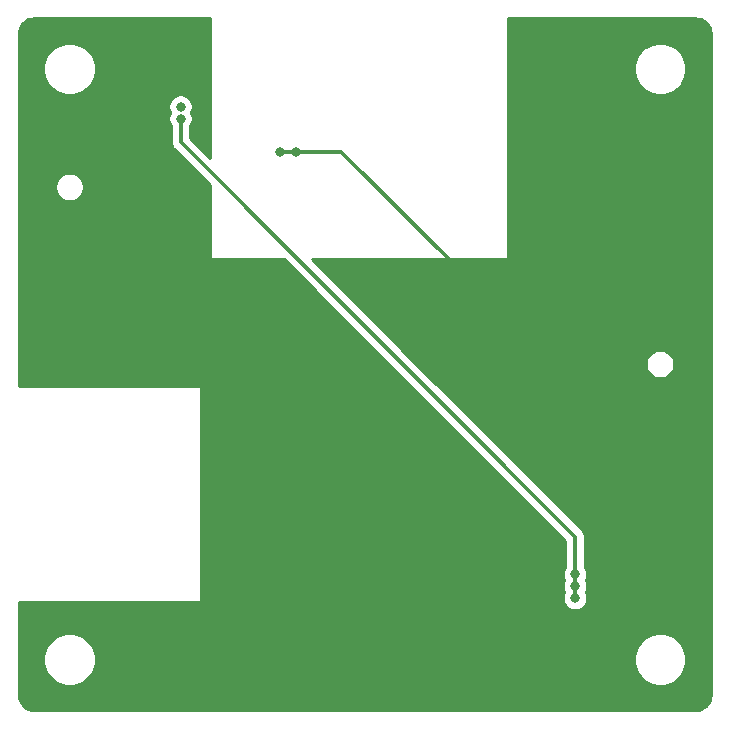
<source format=gbl>
%TF.GenerationSoftware,KiCad,Pcbnew,(5.1.6)-1*%
%TF.CreationDate,2023-06-16T12:25:10-07:00*%
%TF.ProjectId,ID-12 Board,49442d31-3220-4426-9f61-72642e6b6963,rev?*%
%TF.SameCoordinates,Original*%
%TF.FileFunction,Copper,L2,Bot*%
%TF.FilePolarity,Positive*%
%FSLAX46Y46*%
G04 Gerber Fmt 4.6, Leading zero omitted, Abs format (unit mm)*
G04 Created by KiCad (PCBNEW (5.1.6)-1) date 2023-06-16 12:25:10*
%MOMM*%
%LPD*%
G01*
G04 APERTURE LIST*
%TA.AperFunction,ViaPad*%
%ADD10C,0.800000*%
%TD*%
%TA.AperFunction,Conductor*%
%ADD11C,0.380000*%
%TD*%
%TA.AperFunction,Conductor*%
%ADD12C,0.500000*%
%TD*%
%TA.AperFunction,Conductor*%
%ADD13C,0.254000*%
%TD*%
G04 APERTURE END LIST*
D10*
X77000000Y-64000000D03*
X78000000Y-64000000D03*
X78000000Y-65000000D03*
X77000000Y-65000000D03*
X78000000Y-57000000D03*
X77000000Y-57000000D03*
X77000000Y-58000000D03*
X78000000Y-58000000D03*
X75200000Y-36000000D03*
X77200000Y-36000000D03*
X65200000Y-41800000D03*
X64200000Y-41800000D03*
X64200000Y-40800000D03*
X65200000Y-40800000D03*
X63200000Y-41800000D03*
X64800000Y-52400000D03*
X65800000Y-52400000D03*
X65800000Y-53400000D03*
X64800000Y-53400000D03*
X64800000Y-54400000D03*
X65800000Y-54400000D03*
X64800000Y-69800000D03*
X65800000Y-69800000D03*
X65800000Y-68800000D03*
X64800000Y-68800000D03*
X64800000Y-67800000D03*
X65800000Y-67800000D03*
X29600000Y-37000000D03*
X29600000Y-31000000D03*
X29600000Y-25000000D03*
X63200000Y-40800024D03*
X44200000Y-32000000D03*
X42800000Y-32000000D03*
X34400000Y-28200000D03*
X34400000Y-29200000D03*
X67800000Y-69800000D03*
X67800000Y-68800000D03*
X67800000Y-67800000D03*
D11*
X42800000Y-32000000D02*
X44200000Y-32000000D01*
X57800000Y-41800000D02*
X63200000Y-41800000D01*
X44200000Y-32000000D02*
X48000000Y-32000000D01*
X48000000Y-32000000D02*
X57800000Y-41800000D01*
D12*
X67800000Y-69800000D02*
X67800000Y-69800000D01*
D11*
X67800000Y-68800000D02*
X67800000Y-69800000D01*
X67800000Y-67800000D02*
X67800000Y-68800000D01*
X34400000Y-31200000D02*
X67800000Y-64600000D01*
X34400000Y-29200000D02*
X34400000Y-31200000D01*
X67800000Y-64600000D02*
X67800000Y-67800000D01*
D13*
G36*
X36873000Y-32506275D02*
G01*
X35225000Y-30858275D01*
X35225000Y-29828251D01*
X35317205Y-29690256D01*
X35395226Y-29501898D01*
X35435000Y-29301939D01*
X35435000Y-29098061D01*
X35395226Y-28898102D01*
X35317205Y-28709744D01*
X35310694Y-28700000D01*
X35317205Y-28690256D01*
X35395226Y-28501898D01*
X35435000Y-28301939D01*
X35435000Y-28098061D01*
X35395226Y-27898102D01*
X35317205Y-27709744D01*
X35203937Y-27540226D01*
X35059774Y-27396063D01*
X34890256Y-27282795D01*
X34701898Y-27204774D01*
X34501939Y-27165000D01*
X34298061Y-27165000D01*
X34098102Y-27204774D01*
X33909744Y-27282795D01*
X33740226Y-27396063D01*
X33596063Y-27540226D01*
X33482795Y-27709744D01*
X33404774Y-27898102D01*
X33365000Y-28098061D01*
X33365000Y-28301939D01*
X33404774Y-28501898D01*
X33482795Y-28690256D01*
X33489306Y-28700000D01*
X33482795Y-28709744D01*
X33404774Y-28898102D01*
X33365000Y-29098061D01*
X33365000Y-29301939D01*
X33404774Y-29501898D01*
X33482795Y-29690256D01*
X33575000Y-29828251D01*
X33575001Y-31159477D01*
X33571010Y-31200000D01*
X33586938Y-31361728D01*
X33634113Y-31517241D01*
X33710720Y-31660563D01*
X33813816Y-31786185D01*
X33845291Y-31812016D01*
X36873000Y-34839725D01*
X36873000Y-41000000D01*
X36875440Y-41024776D01*
X36882667Y-41048601D01*
X36894403Y-41070557D01*
X36910197Y-41089803D01*
X36929443Y-41105597D01*
X36951399Y-41117333D01*
X36975224Y-41124560D01*
X37000000Y-41127000D01*
X43160275Y-41127000D01*
X66975000Y-64941726D01*
X66975001Y-67171748D01*
X66882795Y-67309744D01*
X66804774Y-67498102D01*
X66765000Y-67698061D01*
X66765000Y-67901939D01*
X66804774Y-68101898D01*
X66882795Y-68290256D01*
X66889306Y-68300000D01*
X66882795Y-68309744D01*
X66804774Y-68498102D01*
X66765000Y-68698061D01*
X66765000Y-68901939D01*
X66804774Y-69101898D01*
X66882795Y-69290256D01*
X66889306Y-69300000D01*
X66882795Y-69309744D01*
X66804774Y-69498102D01*
X66765000Y-69698061D01*
X66765000Y-69901939D01*
X66804774Y-70101898D01*
X66882795Y-70290256D01*
X66996063Y-70459774D01*
X67140226Y-70603937D01*
X67309744Y-70717205D01*
X67498102Y-70795226D01*
X67698061Y-70835000D01*
X67901939Y-70835000D01*
X68101898Y-70795226D01*
X68290256Y-70717205D01*
X68459774Y-70603937D01*
X68603937Y-70459774D01*
X68717205Y-70290256D01*
X68795226Y-70101898D01*
X68835000Y-69901939D01*
X68835000Y-69698061D01*
X68795226Y-69498102D01*
X68717205Y-69309744D01*
X68710694Y-69300000D01*
X68717205Y-69290256D01*
X68795226Y-69101898D01*
X68835000Y-68901939D01*
X68835000Y-68698061D01*
X68795226Y-68498102D01*
X68717205Y-68309744D01*
X68710694Y-68300000D01*
X68717205Y-68290256D01*
X68795226Y-68101898D01*
X68835000Y-67901939D01*
X68835000Y-67698061D01*
X68795226Y-67498102D01*
X68717205Y-67309744D01*
X68625000Y-67171749D01*
X68625000Y-64640513D01*
X68628990Y-64600000D01*
X68625000Y-64559487D01*
X68625000Y-64559479D01*
X68613062Y-64438272D01*
X68609454Y-64426376D01*
X68565888Y-64282760D01*
X68565888Y-64282759D01*
X68489281Y-64139437D01*
X68386185Y-64013815D01*
X68354711Y-63987985D01*
X54247453Y-49880727D01*
X73789000Y-49880727D01*
X73789000Y-50119273D01*
X73835538Y-50353236D01*
X73926825Y-50573624D01*
X74059354Y-50771968D01*
X74228032Y-50940646D01*
X74426376Y-51073175D01*
X74646764Y-51164462D01*
X74880727Y-51211000D01*
X75119273Y-51211000D01*
X75353236Y-51164462D01*
X75573624Y-51073175D01*
X75771968Y-50940646D01*
X75940646Y-50771968D01*
X76073175Y-50573624D01*
X76164462Y-50353236D01*
X76211000Y-50119273D01*
X76211000Y-49880727D01*
X76164462Y-49646764D01*
X76073175Y-49426376D01*
X75940646Y-49228032D01*
X75771968Y-49059354D01*
X75573624Y-48926825D01*
X75353236Y-48835538D01*
X75119273Y-48789000D01*
X74880727Y-48789000D01*
X74646764Y-48835538D01*
X74426376Y-48926825D01*
X74228032Y-49059354D01*
X74059354Y-49228032D01*
X73926825Y-49426376D01*
X73835538Y-49646764D01*
X73789000Y-49880727D01*
X54247453Y-49880727D01*
X45493725Y-41127000D01*
X62000000Y-41127000D01*
X62024776Y-41124560D01*
X62048601Y-41117333D01*
X62070557Y-41105597D01*
X62089803Y-41089803D01*
X62105597Y-41070557D01*
X62117333Y-41048601D01*
X62124560Y-41024776D01*
X62127000Y-41000000D01*
X62127000Y-24779872D01*
X72765000Y-24779872D01*
X72765000Y-25220128D01*
X72850890Y-25651925D01*
X73019369Y-26058669D01*
X73263962Y-26424729D01*
X73575271Y-26736038D01*
X73941331Y-26980631D01*
X74348075Y-27149110D01*
X74779872Y-27235000D01*
X75220128Y-27235000D01*
X75651925Y-27149110D01*
X76058669Y-26980631D01*
X76424729Y-26736038D01*
X76736038Y-26424729D01*
X76980631Y-26058669D01*
X77149110Y-25651925D01*
X77235000Y-25220128D01*
X77235000Y-24779872D01*
X77149110Y-24348075D01*
X76980631Y-23941331D01*
X76736038Y-23575271D01*
X76424729Y-23263962D01*
X76058669Y-23019369D01*
X75651925Y-22850890D01*
X75220128Y-22765000D01*
X74779872Y-22765000D01*
X74348075Y-22850890D01*
X73941331Y-23019369D01*
X73575271Y-23263962D01*
X73263962Y-23575271D01*
X73019369Y-23941331D01*
X72850890Y-24348075D01*
X72765000Y-24779872D01*
X62127000Y-24779872D01*
X62127000Y-20710000D01*
X77965279Y-20710000D01*
X78249899Y-20737907D01*
X78490285Y-20810484D01*
X78711991Y-20928368D01*
X78906577Y-21087068D01*
X79066635Y-21280545D01*
X79186064Y-21501424D01*
X79260317Y-21741297D01*
X79290000Y-22023716D01*
X79290001Y-77965269D01*
X79262093Y-78249899D01*
X79189517Y-78490282D01*
X79071633Y-78711989D01*
X78912929Y-78906580D01*
X78719455Y-79066635D01*
X78498576Y-79186064D01*
X78258701Y-79260317D01*
X77976291Y-79290000D01*
X22034721Y-79290000D01*
X21750101Y-79262093D01*
X21509718Y-79189517D01*
X21288011Y-79071633D01*
X21093420Y-78912929D01*
X20933365Y-78719455D01*
X20813936Y-78498576D01*
X20739683Y-78258701D01*
X20710000Y-77976291D01*
X20710000Y-74779872D01*
X22765000Y-74779872D01*
X22765000Y-75220128D01*
X22850890Y-75651925D01*
X23019369Y-76058669D01*
X23263962Y-76424729D01*
X23575271Y-76736038D01*
X23941331Y-76980631D01*
X24348075Y-77149110D01*
X24779872Y-77235000D01*
X25220128Y-77235000D01*
X25651925Y-77149110D01*
X26058669Y-76980631D01*
X26424729Y-76736038D01*
X26736038Y-76424729D01*
X26980631Y-76058669D01*
X27149110Y-75651925D01*
X27235000Y-75220128D01*
X27235000Y-74779872D01*
X72765000Y-74779872D01*
X72765000Y-75220128D01*
X72850890Y-75651925D01*
X73019369Y-76058669D01*
X73263962Y-76424729D01*
X73575271Y-76736038D01*
X73941331Y-76980631D01*
X74348075Y-77149110D01*
X74779872Y-77235000D01*
X75220128Y-77235000D01*
X75651925Y-77149110D01*
X76058669Y-76980631D01*
X76424729Y-76736038D01*
X76736038Y-76424729D01*
X76980631Y-76058669D01*
X77149110Y-75651925D01*
X77235000Y-75220128D01*
X77235000Y-74779872D01*
X77149110Y-74348075D01*
X76980631Y-73941331D01*
X76736038Y-73575271D01*
X76424729Y-73263962D01*
X76058669Y-73019369D01*
X75651925Y-72850890D01*
X75220128Y-72765000D01*
X74779872Y-72765000D01*
X74348075Y-72850890D01*
X73941331Y-73019369D01*
X73575271Y-73263962D01*
X73263962Y-73575271D01*
X73019369Y-73941331D01*
X72850890Y-74348075D01*
X72765000Y-74779872D01*
X27235000Y-74779872D01*
X27149110Y-74348075D01*
X26980631Y-73941331D01*
X26736038Y-73575271D01*
X26424729Y-73263962D01*
X26058669Y-73019369D01*
X25651925Y-72850890D01*
X25220128Y-72765000D01*
X24779872Y-72765000D01*
X24348075Y-72850890D01*
X23941331Y-73019369D01*
X23575271Y-73263962D01*
X23263962Y-73575271D01*
X23019369Y-73941331D01*
X22850890Y-74348075D01*
X22765000Y-74779872D01*
X20710000Y-74779872D01*
X20710000Y-70127000D01*
X36000000Y-70127000D01*
X36024776Y-70124560D01*
X36048601Y-70117333D01*
X36070557Y-70105597D01*
X36089803Y-70089803D01*
X36105597Y-70070557D01*
X36117333Y-70048601D01*
X36124560Y-70024776D01*
X36127000Y-70000000D01*
X36127000Y-52000000D01*
X36124560Y-51975224D01*
X36117333Y-51951399D01*
X36105597Y-51929443D01*
X36089803Y-51910197D01*
X36070557Y-51894403D01*
X36048601Y-51882667D01*
X36024776Y-51875440D01*
X36000000Y-51873000D01*
X20710000Y-51873000D01*
X20710000Y-34880727D01*
X23789000Y-34880727D01*
X23789000Y-35119273D01*
X23835538Y-35353236D01*
X23926825Y-35573624D01*
X24059354Y-35771968D01*
X24228032Y-35940646D01*
X24426376Y-36073175D01*
X24646764Y-36164462D01*
X24880727Y-36211000D01*
X25119273Y-36211000D01*
X25353236Y-36164462D01*
X25573624Y-36073175D01*
X25771968Y-35940646D01*
X25940646Y-35771968D01*
X26073175Y-35573624D01*
X26164462Y-35353236D01*
X26211000Y-35119273D01*
X26211000Y-34880727D01*
X26164462Y-34646764D01*
X26073175Y-34426376D01*
X25940646Y-34228032D01*
X25771968Y-34059354D01*
X25573624Y-33926825D01*
X25353236Y-33835538D01*
X25119273Y-33789000D01*
X24880727Y-33789000D01*
X24646764Y-33835538D01*
X24426376Y-33926825D01*
X24228032Y-34059354D01*
X24059354Y-34228032D01*
X23926825Y-34426376D01*
X23835538Y-34646764D01*
X23789000Y-34880727D01*
X20710000Y-34880727D01*
X20710000Y-24779872D01*
X22765000Y-24779872D01*
X22765000Y-25220128D01*
X22850890Y-25651925D01*
X23019369Y-26058669D01*
X23263962Y-26424729D01*
X23575271Y-26736038D01*
X23941331Y-26980631D01*
X24348075Y-27149110D01*
X24779872Y-27235000D01*
X25220128Y-27235000D01*
X25651925Y-27149110D01*
X26058669Y-26980631D01*
X26424729Y-26736038D01*
X26736038Y-26424729D01*
X26980631Y-26058669D01*
X27149110Y-25651925D01*
X27235000Y-25220128D01*
X27235000Y-24779872D01*
X27149110Y-24348075D01*
X26980631Y-23941331D01*
X26736038Y-23575271D01*
X26424729Y-23263962D01*
X26058669Y-23019369D01*
X25651925Y-22850890D01*
X25220128Y-22765000D01*
X24779872Y-22765000D01*
X24348075Y-22850890D01*
X23941331Y-23019369D01*
X23575271Y-23263962D01*
X23263962Y-23575271D01*
X23019369Y-23941331D01*
X22850890Y-24348075D01*
X22765000Y-24779872D01*
X20710000Y-24779872D01*
X20710000Y-22034721D01*
X20737907Y-21750101D01*
X20810484Y-21509715D01*
X20928368Y-21288009D01*
X21087068Y-21093423D01*
X21280545Y-20933365D01*
X21501424Y-20813936D01*
X21741297Y-20739683D01*
X22023716Y-20710000D01*
X36873000Y-20710000D01*
X36873000Y-32506275D01*
G37*
X36873000Y-32506275D02*
X35225000Y-30858275D01*
X35225000Y-29828251D01*
X35317205Y-29690256D01*
X35395226Y-29501898D01*
X35435000Y-29301939D01*
X35435000Y-29098061D01*
X35395226Y-28898102D01*
X35317205Y-28709744D01*
X35310694Y-28700000D01*
X35317205Y-28690256D01*
X35395226Y-28501898D01*
X35435000Y-28301939D01*
X35435000Y-28098061D01*
X35395226Y-27898102D01*
X35317205Y-27709744D01*
X35203937Y-27540226D01*
X35059774Y-27396063D01*
X34890256Y-27282795D01*
X34701898Y-27204774D01*
X34501939Y-27165000D01*
X34298061Y-27165000D01*
X34098102Y-27204774D01*
X33909744Y-27282795D01*
X33740226Y-27396063D01*
X33596063Y-27540226D01*
X33482795Y-27709744D01*
X33404774Y-27898102D01*
X33365000Y-28098061D01*
X33365000Y-28301939D01*
X33404774Y-28501898D01*
X33482795Y-28690256D01*
X33489306Y-28700000D01*
X33482795Y-28709744D01*
X33404774Y-28898102D01*
X33365000Y-29098061D01*
X33365000Y-29301939D01*
X33404774Y-29501898D01*
X33482795Y-29690256D01*
X33575000Y-29828251D01*
X33575001Y-31159477D01*
X33571010Y-31200000D01*
X33586938Y-31361728D01*
X33634113Y-31517241D01*
X33710720Y-31660563D01*
X33813816Y-31786185D01*
X33845291Y-31812016D01*
X36873000Y-34839725D01*
X36873000Y-41000000D01*
X36875440Y-41024776D01*
X36882667Y-41048601D01*
X36894403Y-41070557D01*
X36910197Y-41089803D01*
X36929443Y-41105597D01*
X36951399Y-41117333D01*
X36975224Y-41124560D01*
X37000000Y-41127000D01*
X43160275Y-41127000D01*
X66975000Y-64941726D01*
X66975001Y-67171748D01*
X66882795Y-67309744D01*
X66804774Y-67498102D01*
X66765000Y-67698061D01*
X66765000Y-67901939D01*
X66804774Y-68101898D01*
X66882795Y-68290256D01*
X66889306Y-68300000D01*
X66882795Y-68309744D01*
X66804774Y-68498102D01*
X66765000Y-68698061D01*
X66765000Y-68901939D01*
X66804774Y-69101898D01*
X66882795Y-69290256D01*
X66889306Y-69300000D01*
X66882795Y-69309744D01*
X66804774Y-69498102D01*
X66765000Y-69698061D01*
X66765000Y-69901939D01*
X66804774Y-70101898D01*
X66882795Y-70290256D01*
X66996063Y-70459774D01*
X67140226Y-70603937D01*
X67309744Y-70717205D01*
X67498102Y-70795226D01*
X67698061Y-70835000D01*
X67901939Y-70835000D01*
X68101898Y-70795226D01*
X68290256Y-70717205D01*
X68459774Y-70603937D01*
X68603937Y-70459774D01*
X68717205Y-70290256D01*
X68795226Y-70101898D01*
X68835000Y-69901939D01*
X68835000Y-69698061D01*
X68795226Y-69498102D01*
X68717205Y-69309744D01*
X68710694Y-69300000D01*
X68717205Y-69290256D01*
X68795226Y-69101898D01*
X68835000Y-68901939D01*
X68835000Y-68698061D01*
X68795226Y-68498102D01*
X68717205Y-68309744D01*
X68710694Y-68300000D01*
X68717205Y-68290256D01*
X68795226Y-68101898D01*
X68835000Y-67901939D01*
X68835000Y-67698061D01*
X68795226Y-67498102D01*
X68717205Y-67309744D01*
X68625000Y-67171749D01*
X68625000Y-64640513D01*
X68628990Y-64600000D01*
X68625000Y-64559487D01*
X68625000Y-64559479D01*
X68613062Y-64438272D01*
X68609454Y-64426376D01*
X68565888Y-64282760D01*
X68565888Y-64282759D01*
X68489281Y-64139437D01*
X68386185Y-64013815D01*
X68354711Y-63987985D01*
X54247453Y-49880727D01*
X73789000Y-49880727D01*
X73789000Y-50119273D01*
X73835538Y-50353236D01*
X73926825Y-50573624D01*
X74059354Y-50771968D01*
X74228032Y-50940646D01*
X74426376Y-51073175D01*
X74646764Y-51164462D01*
X74880727Y-51211000D01*
X75119273Y-51211000D01*
X75353236Y-51164462D01*
X75573624Y-51073175D01*
X75771968Y-50940646D01*
X75940646Y-50771968D01*
X76073175Y-50573624D01*
X76164462Y-50353236D01*
X76211000Y-50119273D01*
X76211000Y-49880727D01*
X76164462Y-49646764D01*
X76073175Y-49426376D01*
X75940646Y-49228032D01*
X75771968Y-49059354D01*
X75573624Y-48926825D01*
X75353236Y-48835538D01*
X75119273Y-48789000D01*
X74880727Y-48789000D01*
X74646764Y-48835538D01*
X74426376Y-48926825D01*
X74228032Y-49059354D01*
X74059354Y-49228032D01*
X73926825Y-49426376D01*
X73835538Y-49646764D01*
X73789000Y-49880727D01*
X54247453Y-49880727D01*
X45493725Y-41127000D01*
X62000000Y-41127000D01*
X62024776Y-41124560D01*
X62048601Y-41117333D01*
X62070557Y-41105597D01*
X62089803Y-41089803D01*
X62105597Y-41070557D01*
X62117333Y-41048601D01*
X62124560Y-41024776D01*
X62127000Y-41000000D01*
X62127000Y-24779872D01*
X72765000Y-24779872D01*
X72765000Y-25220128D01*
X72850890Y-25651925D01*
X73019369Y-26058669D01*
X73263962Y-26424729D01*
X73575271Y-26736038D01*
X73941331Y-26980631D01*
X74348075Y-27149110D01*
X74779872Y-27235000D01*
X75220128Y-27235000D01*
X75651925Y-27149110D01*
X76058669Y-26980631D01*
X76424729Y-26736038D01*
X76736038Y-26424729D01*
X76980631Y-26058669D01*
X77149110Y-25651925D01*
X77235000Y-25220128D01*
X77235000Y-24779872D01*
X77149110Y-24348075D01*
X76980631Y-23941331D01*
X76736038Y-23575271D01*
X76424729Y-23263962D01*
X76058669Y-23019369D01*
X75651925Y-22850890D01*
X75220128Y-22765000D01*
X74779872Y-22765000D01*
X74348075Y-22850890D01*
X73941331Y-23019369D01*
X73575271Y-23263962D01*
X73263962Y-23575271D01*
X73019369Y-23941331D01*
X72850890Y-24348075D01*
X72765000Y-24779872D01*
X62127000Y-24779872D01*
X62127000Y-20710000D01*
X77965279Y-20710000D01*
X78249899Y-20737907D01*
X78490285Y-20810484D01*
X78711991Y-20928368D01*
X78906577Y-21087068D01*
X79066635Y-21280545D01*
X79186064Y-21501424D01*
X79260317Y-21741297D01*
X79290000Y-22023716D01*
X79290001Y-77965269D01*
X79262093Y-78249899D01*
X79189517Y-78490282D01*
X79071633Y-78711989D01*
X78912929Y-78906580D01*
X78719455Y-79066635D01*
X78498576Y-79186064D01*
X78258701Y-79260317D01*
X77976291Y-79290000D01*
X22034721Y-79290000D01*
X21750101Y-79262093D01*
X21509718Y-79189517D01*
X21288011Y-79071633D01*
X21093420Y-78912929D01*
X20933365Y-78719455D01*
X20813936Y-78498576D01*
X20739683Y-78258701D01*
X20710000Y-77976291D01*
X20710000Y-74779872D01*
X22765000Y-74779872D01*
X22765000Y-75220128D01*
X22850890Y-75651925D01*
X23019369Y-76058669D01*
X23263962Y-76424729D01*
X23575271Y-76736038D01*
X23941331Y-76980631D01*
X24348075Y-77149110D01*
X24779872Y-77235000D01*
X25220128Y-77235000D01*
X25651925Y-77149110D01*
X26058669Y-76980631D01*
X26424729Y-76736038D01*
X26736038Y-76424729D01*
X26980631Y-76058669D01*
X27149110Y-75651925D01*
X27235000Y-75220128D01*
X27235000Y-74779872D01*
X72765000Y-74779872D01*
X72765000Y-75220128D01*
X72850890Y-75651925D01*
X73019369Y-76058669D01*
X73263962Y-76424729D01*
X73575271Y-76736038D01*
X73941331Y-76980631D01*
X74348075Y-77149110D01*
X74779872Y-77235000D01*
X75220128Y-77235000D01*
X75651925Y-77149110D01*
X76058669Y-76980631D01*
X76424729Y-76736038D01*
X76736038Y-76424729D01*
X76980631Y-76058669D01*
X77149110Y-75651925D01*
X77235000Y-75220128D01*
X77235000Y-74779872D01*
X77149110Y-74348075D01*
X76980631Y-73941331D01*
X76736038Y-73575271D01*
X76424729Y-73263962D01*
X76058669Y-73019369D01*
X75651925Y-72850890D01*
X75220128Y-72765000D01*
X74779872Y-72765000D01*
X74348075Y-72850890D01*
X73941331Y-73019369D01*
X73575271Y-73263962D01*
X73263962Y-73575271D01*
X73019369Y-73941331D01*
X72850890Y-74348075D01*
X72765000Y-74779872D01*
X27235000Y-74779872D01*
X27149110Y-74348075D01*
X26980631Y-73941331D01*
X26736038Y-73575271D01*
X26424729Y-73263962D01*
X26058669Y-73019369D01*
X25651925Y-72850890D01*
X25220128Y-72765000D01*
X24779872Y-72765000D01*
X24348075Y-72850890D01*
X23941331Y-73019369D01*
X23575271Y-73263962D01*
X23263962Y-73575271D01*
X23019369Y-73941331D01*
X22850890Y-74348075D01*
X22765000Y-74779872D01*
X20710000Y-74779872D01*
X20710000Y-70127000D01*
X36000000Y-70127000D01*
X36024776Y-70124560D01*
X36048601Y-70117333D01*
X36070557Y-70105597D01*
X36089803Y-70089803D01*
X36105597Y-70070557D01*
X36117333Y-70048601D01*
X36124560Y-70024776D01*
X36127000Y-70000000D01*
X36127000Y-52000000D01*
X36124560Y-51975224D01*
X36117333Y-51951399D01*
X36105597Y-51929443D01*
X36089803Y-51910197D01*
X36070557Y-51894403D01*
X36048601Y-51882667D01*
X36024776Y-51875440D01*
X36000000Y-51873000D01*
X20710000Y-51873000D01*
X20710000Y-34880727D01*
X23789000Y-34880727D01*
X23789000Y-35119273D01*
X23835538Y-35353236D01*
X23926825Y-35573624D01*
X24059354Y-35771968D01*
X24228032Y-35940646D01*
X24426376Y-36073175D01*
X24646764Y-36164462D01*
X24880727Y-36211000D01*
X25119273Y-36211000D01*
X25353236Y-36164462D01*
X25573624Y-36073175D01*
X25771968Y-35940646D01*
X25940646Y-35771968D01*
X26073175Y-35573624D01*
X26164462Y-35353236D01*
X26211000Y-35119273D01*
X26211000Y-34880727D01*
X26164462Y-34646764D01*
X26073175Y-34426376D01*
X25940646Y-34228032D01*
X25771968Y-34059354D01*
X25573624Y-33926825D01*
X25353236Y-33835538D01*
X25119273Y-33789000D01*
X24880727Y-33789000D01*
X24646764Y-33835538D01*
X24426376Y-33926825D01*
X24228032Y-34059354D01*
X24059354Y-34228032D01*
X23926825Y-34426376D01*
X23835538Y-34646764D01*
X23789000Y-34880727D01*
X20710000Y-34880727D01*
X20710000Y-24779872D01*
X22765000Y-24779872D01*
X22765000Y-25220128D01*
X22850890Y-25651925D01*
X23019369Y-26058669D01*
X23263962Y-26424729D01*
X23575271Y-26736038D01*
X23941331Y-26980631D01*
X24348075Y-27149110D01*
X24779872Y-27235000D01*
X25220128Y-27235000D01*
X25651925Y-27149110D01*
X26058669Y-26980631D01*
X26424729Y-26736038D01*
X26736038Y-26424729D01*
X26980631Y-26058669D01*
X27149110Y-25651925D01*
X27235000Y-25220128D01*
X27235000Y-24779872D01*
X27149110Y-24348075D01*
X26980631Y-23941331D01*
X26736038Y-23575271D01*
X26424729Y-23263962D01*
X26058669Y-23019369D01*
X25651925Y-22850890D01*
X25220128Y-22765000D01*
X24779872Y-22765000D01*
X24348075Y-22850890D01*
X23941331Y-23019369D01*
X23575271Y-23263962D01*
X23263962Y-23575271D01*
X23019369Y-23941331D01*
X22850890Y-24348075D01*
X22765000Y-24779872D01*
X20710000Y-24779872D01*
X20710000Y-22034721D01*
X20737907Y-21750101D01*
X20810484Y-21509715D01*
X20928368Y-21288009D01*
X21087068Y-21093423D01*
X21280545Y-20933365D01*
X21501424Y-20813936D01*
X21741297Y-20739683D01*
X22023716Y-20710000D01*
X36873000Y-20710000D01*
X36873000Y-32506275D01*
M02*

</source>
